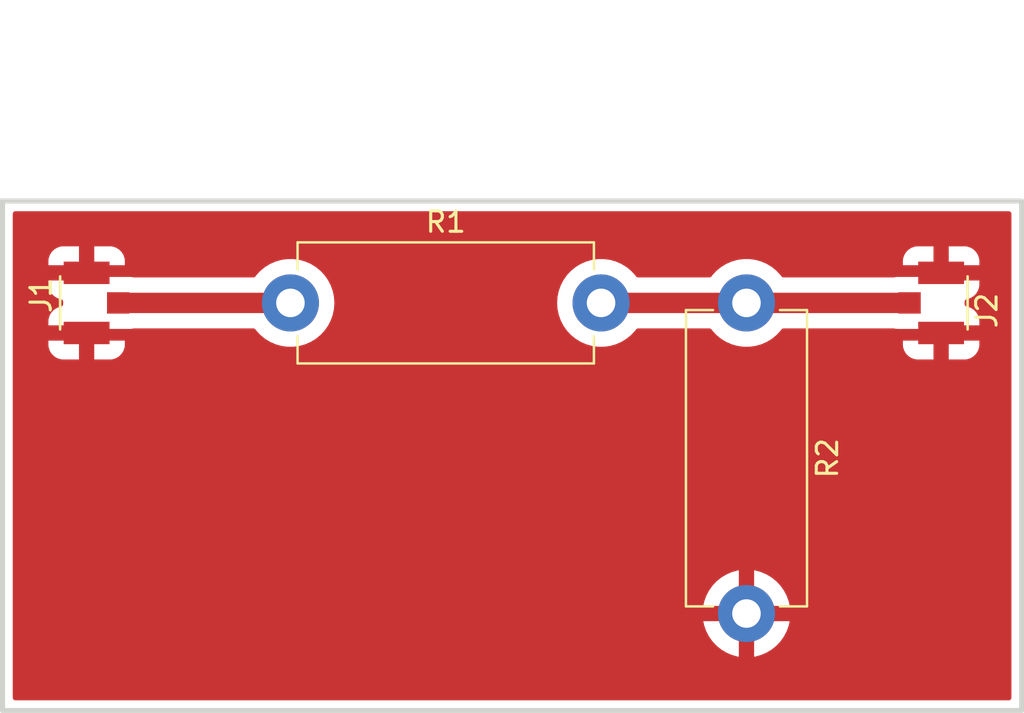
<source format=kicad_pcb>
(kicad_pcb (version 20221018) (generator pcbnew)
  (layers (0 "F.Cu" signal) (31 "B.Cu" signal) (34 "B.Paste" user) (35 "F.Paste" user) (36 "B.SilkS" user "B.Silkscreen") (37 "F.SilkS" user "F.Silkscreen") (38 "B.Mask" user) (39 "F.Mask" user) (44 "Edge.Cuts" user))
  (net 0 "")
  (net 1 "GND")
  (net 2 "Net-(J1-SIG)")
  (net 3 "Net-(J2-SIG)")
  (footprint "Resistor_THT:R_Axial_DIN0614_L14.3mm_D5.7mm_P15.24mm_Horizontal" (layer "F.Cu") (at 100 49 -90)
    (fp_text reference "R2" (at 7.62 -3.97 -90) (layer "F.SilkS"))
    (fp_text value "R")
    (fp_line (start 0.35 -2.97) (end 14.89 -2.97) (stroke (width 0.12)) (layer "F.SilkS"))
    (fp_line (start 0.35 -1.64) (end 0.35 -2.97) (stroke (width 0.12)) (layer "F.SilkS"))
    (fp_line (start 0.35 1.64) (end 0.35 2.97) (stroke (width 0.12)) (layer "F.SilkS"))
    (fp_line (start 0.35 2.97) (end 14.89 2.97) (stroke (width 0.12)) (layer "F.SilkS"))
    (fp_line (start 14.89 -2.97) (end 14.89 -1.64) (stroke (width 0.12)) (layer "F.SilkS"))
    (fp_line (start 14.89 2.97) (end 14.89 1.64) (stroke (width 0.12)) (layer "F.SilkS"))
    (pad "1" thru_hole circle (at 0 0 270) (size 2.8 2.8) (drill 1.4) (layers "*.Cu" "*.Mask") (net 3 "Net-(J2-SIG)"))
    (pad "2" thru_hole oval (at 15.24 0 270) (size 2.8 2.8) (drill 1.4) (layers "*.Cu" "*.Mask") (net 1 "GND"))
  )
  (footprint "U.FL-R-SMT_01_:HRS_U.FL-R-SMT_01_" (layer "F.Cu") (at 67.625 49 90)
    (fp_text reference "J1" (at 0.371335 -2.239855 90) (layer "F.SilkS") (effects (font (size 1.001126 1.001126))))
    (fp_text value "U.FL-R-SMT_01_")
    (fp_line (start 1.3 -1.3) (end -1.3 -1.3) (stroke (width 0.127)) (layer "F.SilkS"))
    (pad "1" smd rect (at -1.475 0 90) (size 1.1 2.25) (layers "F.Cu" "F.Paste" "F.Mask") (net 1 "GND"))
    (pad "2" smd rect (at 1.475 0 90) (size 1.1 2.25) (layers "F.Cu" "F.Paste" "F.Mask") (net 1 "GND"))
    (pad "3" smd rect (at 0 1.55 90) (size 1.05 1.1) (layers "F.Cu" "F.Paste" "F.Mask") (net 2 "Net-(J1-SIG)"))
    (zone (net 0) (net_name "") (layer "F.Cu") (connect_pads (clearance 0)) (min_thickness 0.01)
      (keepout (tracks not_allowed) (vias not_allowed) (pads not_allowed) (copperpour not_allowed) (footprints allowed))
      (fill (thermal_gap 0.508) (thermal_bridge_width 0.508))
      (polygon (pts (xy 66.475 49.903064) (xy 66.475 48.1) (xy 68.588268 48.1) (xy 68.588268 49.903064)))
    )
  )
  (footprint "U.FL-R-SMT_01_:HRS_U.FL-R-SMT_01_" (layer "F.Cu") (at 109.55 49 -90)
    (fp_text reference "J2" (at 0.371335 -2.239855 90) (layer "F.SilkS") (effects (font (size 1.001126 1.001126))))
    (fp_text value "U.FL-R-SMT_01_")
    (fp_line (start 1.3 -1.3) (end -1.3 -1.3) (stroke (width 0.127)) (layer "F.SilkS"))
    (pad "1" smd rect (at -1.475 0 270) (size 1.1 2.25) (layers "F.Cu" "F.Paste" "F.Mask") (net 1 "GND"))
    (pad "2" smd rect (at 1.475 0 270) (size 1.1 2.25) (layers "F.Cu" "F.Paste" "F.Mask") (net 1 "GND"))
    (pad "3" smd rect (at 0 1.55 270) (size 1.05 1.1) (layers "F.Cu" "F.Paste" "F.Mask") (net 3 "Net-(J2-SIG)"))
    (zone (net 0) (net_name "") (layer "F.Cu") (connect_pads (clearance 0)) (min_thickness 0.01)
      (keepout (tracks not_allowed) (vias not_allowed) (pads not_allowed) (copperpour not_allowed) (footprints allowed))
      (fill (thermal_gap 0.508) (thermal_bridge_width 0.508))
      (polygon (pts (xy 110.7 48.096936) (xy 110.7 49.9) (xy 108.586732 49.9) (xy 108.586732 48.096936)))
    )
  )
  (footprint "Resistor_THT:R_Axial_DIN0614_L14.3mm_D5.7mm_P15.24mm_Horizontal" (layer "F.Cu") (at 77.625 49)
    (fp_text reference "R1" (at 7.62 -3.97) (layer "F.SilkS"))
    (fp_text value "R")
    (fp_line (start 0.35 -2.97) (end 14.89 -2.97) (stroke (width 0.12)) (layer "F.SilkS"))
    (fp_line (start 0.35 -1.64) (end 0.35 -2.97) (stroke (width 0.12)) (layer "F.SilkS"))
    (fp_line (start 0.35 1.64) (end 0.35 2.97) (stroke (width 0.12)) (layer "F.SilkS"))
    (fp_line (start 0.35 2.97) (end 14.89 2.97) (stroke (width 0.12)) (layer "F.SilkS"))
    (fp_line (start 14.89 -2.97) (end 14.89 -1.64) (stroke (width 0.12)) (layer "F.SilkS"))
    (fp_line (start 14.89 2.97) (end 14.89 1.64) (stroke (width 0.12)) (layer "F.SilkS"))
    (pad "1" thru_hole circle (at 0 0) (size 2.8 2.8) (drill 1.4) (layers "*.Cu" "*.Mask") (net 2 "Net-(J1-SIG)"))
    (pad "2" thru_hole oval (at 15.24 0) (size 2.8 2.8) (drill 1.4) (layers "*.Cu" "*.Mask") (net 3 "Net-(J2-SIG)"))
  )
  (gr_rect (start 63.5 44) (end 113.5 69) (stroke (width 0.25)) (fill none) (layer "Edge.Cuts"))
  (segment (start 77.625 49) (end 69.175 49) (width 1) (layer "F.Cu") (net 2))
  (segment (start 100 49) (end 108 49) (width 1) (layer "F.Cu") (net 3))
  (segment (start 100 49) (end 92.865 49) (width 1) (layer "F.Cu") (net 3))
  (zone (net 1) (net_name "GND") (layer "F.Cu") (connect_pads (clearance 0.75)) (min_thickness 0.25) (fill yes (thermal_gap 0.75) (thermal_bridge_width 0.75))
    (polygon (pts (xy 113.5 69) (xy 113.5 44) (xy 63.5 44) (xy 63.5 69)))
  )
)
</source>
